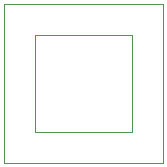
<source format=gbr>
G04 #@! TF.GenerationSoftware,KiCad,Pcbnew,(5.1.10)-1*
G04 #@! TF.CreationDate,2021-12-08T21:24:47+07:00*
G04 #@! TF.ProjectId,32u4mu to 32u4au,33327534-6d75-4207-946f-203332753461,rev?*
G04 #@! TF.SameCoordinates,Original*
G04 #@! TF.FileFunction,Other,User*
%FSLAX46Y46*%
G04 Gerber Fmt 4.6, Leading zero omitted, Abs format (unit mm)*
G04 Created by KiCad (PCBNEW (5.1.10)-1) date 2021-12-08 21:24:47*
%MOMM*%
%LPD*%
G01*
G04 APERTURE LIST*
%ADD10C,0.050000*%
G04 APERTURE END LIST*
D10*
X90336250Y-53823750D02*
X90336250Y-62063750D01*
X90336250Y-62063750D02*
X98576250Y-62063750D01*
X98576250Y-62063750D02*
X98576250Y-53823750D01*
X98576250Y-53823750D02*
X90336250Y-53823750D01*
X87756250Y-51243750D02*
X87756250Y-64643750D01*
X101156250Y-51243750D02*
X101156250Y-64643750D01*
X87756250Y-51243750D02*
X101156250Y-51243750D01*
X87756250Y-64643750D02*
X101156250Y-64643750D01*
M02*

</source>
